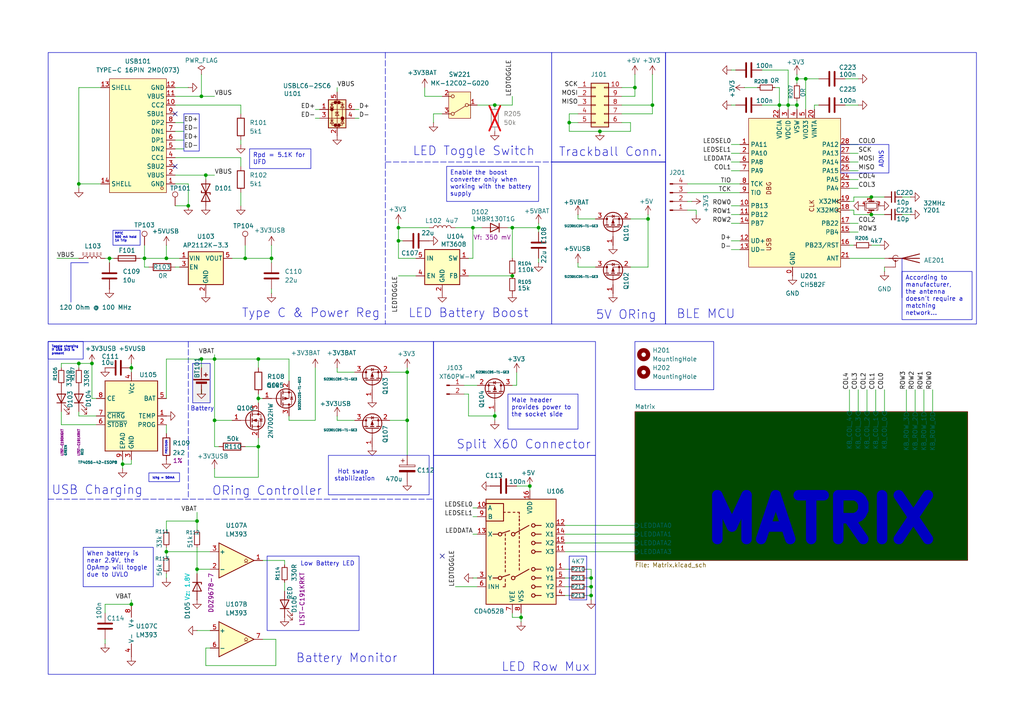
<source format=kicad_sch>
(kicad_sch (version 20250114) (generator "eeschema") (generator_version "9.0")
  (paper "A4")
  (title_block (title "Tastatur the BLE Keyboard") (date "2025-07-18") (rev "0") (company "Daniel (steewBSD)"))
  (rectangle (start 125.73 132.08) (end 172.72 195.58))
  (rectangle (start 165.1 161.29) (end 170.18 173.99))
  (rectangle (start 13.97 99.06) (end 125.73 195.58))
  (rectangle (start 193.04 15.24) (end 283.21 93.98))
  (rectangle (start 160.02 15.24) (end 193.04 46.99))
  (rectangle (start 55.88 105.41) (end 60.96 116.84) (fill (type color) (color 194 194 194 0.25)))
  (rectangle (start 184.15 99.06) (end 207.01 113.03))
  (rectangle (start 53.34 33.02) (end 57.785 43.815))
  (rectangle (start 125.73 99.06) (end 172.72 132.08))
  (rectangle (start 95.25 132.08) (end 124.46 143.51))
  (rectangle (start 160.02 46.99) (end 193.04 93.98))
  (rectangle (start 77.47 161.29) (end 104.14 182.88))
  (rectangle (start 13.97 15.24) (end 160.02 93.98))
  (rectangle (start 257.81 41.91) (end 243.84 50.165))
  (text "LED Toggle Switch" (at 137.414 43.942 0) (effects (font (size 2.54 2.54))))
  (text "Hot swap \nstabilization" (at 102.87 137.922 0) (effects (font (size 1.27 1.27))))
  (text "MATRIX" (at 237.998 150.876 0) (effects (font (size 12.7 12.7) (thickness 3.048) (bold yes))))
  (text "PRECISION" (at 48.26 129.794 90) (effects (font (size 0.508 0.508))))
  (text "Low Battery LED" (at 94.996 163.576 0) (effects (font (size 1.27 1.27))))
  (text "5V ORing" (at 181.61 91.44 0) (effects (font (size 2.54 2.54))))
  (text "USB Charging" (at 28.194 142.24 0) (effects (font (size 2.54 2.54))))
  (text "BLE MCU" (at 204.724 91.186 0) (effects (font (size 2.54 2.54))))
  (text "Battery" (at 58.674 118.618 0) (effects (font (size 1.27 1.27))))
  (text "Split X60 Connector" (at 151.892 129.032 0) (effects (font (size 2.54 2.54))))
  (text "Battery Monitor" (at 100.584 191.008 0) (effects (font (size 2.54 2.54))))
  (text "ORing Controller" (at 77.47 142.494 0) (effects (font (size 2.54 2.54))))
  (text "Trackball Conn." (at 177.038 44.196 0) (effects (font (size 2.54 2.54))))
  (text "LED Battery Boost" (at 135.89 90.932 0) (effects (font (size 2.54 2.54))))
  (text "ADNS" (at 255.651 46.228 90) (effects (font (size 1.27 1.27))))
  (text "Type C & Power Reg" (at 90.17 90.932 0) (effects (font (size 2.54 2.54))))
  (text "LED Row Mux" (at 158.242 193.548 0) (effects (font (size 2.54 2.54))))
  (text_box "According to manufacturer,\nthe antenna doesn't require a matching\nnetwork..." (at 261.62 78.74 0) (size 20.32 13.97) (margins 0.9525 0.9525 0.9525 0.9525) (effects (font (size 1.27 1.27)) (justify left top)))
  (text_box "Ichg = 50mA" (at 43.18 137.16 0) (size 8.89 2.54) (margins 0.9525 0.9525 0.9525 0.9525) (effects (font (size 0.635 0.635)) (justify left top)))
  (text_box "PPTC \n500 mA hold\n1A Trip" (at 32.766 66.802 0) (size 7.874 4.318) (margins 0.4763 0.4763 0.4763 0.4763) (effects (font (size 0.635 0.635)) (justify left top)))
  (text_box "Toggle charging if USB 3V3 is present" (at 13.97 99.06 0) (size 10.16 5.08) (margins 0.9525 0.9525 0.9525 0.9525) (effects (font (size 0.635 0.635)) (justify left top)))
  (text_box "When battery is near 2.9V, the OpAmp will toggle due to UVLO" (at 24.13 158.75 0) (size 20.32 11.43) (margins 0.9525 0.9525 0.9525 0.9525) (effects (font (size 1.27 1.27)) (justify left top)))
  (text_box "Enable the boost converter only when working with the battery supply" (at 129.54 48.26 0) (size 26.67 10.16) (margins 0.9525 0.9525 0.9525 0.9525) (effects (font (size 1.27 1.27)) (justify left top)))
  (text_box "Male header provides power to\nthe socket side" (at 147.32 114.3 0) (size 20.32 10.16) (margins 0.9525 0.9525 0.9525 0.9525) (effects (font (size 1.27 1.27)) (justify left top)))
  (text_box "Rpd = 5.1K for\nUFD" (at 72.39 43.18 0) (size 17.78 5.715) (margins 0.9525 0.9525 0.9525 0.9525) (effects (font (size 1.27 1.27)) (justify left top)))
  (junction (at 57.15 151.13))
  (junction (at 148.59 80.01))
  (junction (at 171.45 172.72))
  (junction (at 78.74 74.93))
  (junction (at 41.91 74.93))
  (junction (at 71.12 74.93))
  (junction (at 189.23 30.48))
  (junction (at 156.21 66.04))
  (junction (at 22.86 53.34))
  (junction (at 74.93 104.14))
  (junction (at 74.93 115.57))
  (junction (at 171.45 170.18))
  (junction (at 173.99 38.1))
  (junction (at 252.73 57.15))
  (junction (at 165.1 35.56))
  (junction (at 58.42 27.94))
  (junction (at 48.26 160.02))
  (junction (at 118.11 107.95))
  (junction (at 31.75 74.93))
  (junction (at 143.51 120.65))
  (junction (at 59.69 50.8))
  (junction (at 226.06 30.48))
  (junction (at 26.67 105.41))
  (junction (at 148.59 66.04))
  (junction (at 151.13 179.07))
  (junction (at 115.57 69.85))
  (junction (at 231.14 22.86))
  (junction (at 231.14 30.48))
  (junction (at 118.11 121.92))
  (junction (at 57.15 165.1))
  (junction (at 38.1 106.68))
  (junction (at 58.42 104.14))
  (junction (at 233.68 22.86))
  (junction (at 187.96 63.5))
  (junction (at 62.23 121.92))
  (junction (at 184.15 25.4))
  (junction (at 62.23 104.14))
  (junction (at 143.51 30.48))
  (junction (at 252.73 62.23))
  (junction (at 48.26 74.93))
  (junction (at 54.61 59.69))
  (junction (at 171.45 167.64))
  (junction (at 115.57 66.04))
  (junction (at 137.16 66.04))
  (junction (at 35.56 134.62))
  (junction (at 74.93 129.54))
  (junction (at 38.1 175.26))
  (junction (at 22.86 105.41))
  (junction (at 153.67 140.97))
  (junction (at 228.6 30.48))
  (no_connect (at 50.8 33.02))
  (no_connect (at 50.8 48.26))
  (no_connect (at 128.27 161.29))
  (wire (pts (xy 17.78 105.41) (xy 22.86 105.41)))
  (wire (pts (xy 74.93 129.54) (xy 74.93 138.43)))
  (wire (pts (xy 143.51 121.92) (xy 143.51 120.65)))
  (wire (pts (xy 62.23 138.43) (xy 74.93 138.43)))
  (wire (pts (xy 38.1 134.62) (xy 35.56 134.62)))
  (wire (pts (xy 50.8 45.72) (xy 69.85 45.72)))
  (wire (pts (xy 236.22 30.48) (xy 237.49 30.48)))
  (wire (pts (xy 31.75 76.2) (xy 31.75 74.93)))
  (wire (pts (xy 62.23 135.89) (xy 62.23 138.43)))
  (wire (pts (xy 82.55 171.45) (xy 82.55 168.91)))
  (wire (pts (xy 35.56 133.35) (xy 35.56 134.62)))
  (wire (pts (xy 200.66 58.42) (xy 199.39 58.42)))
  (wire (pts (xy 16.51 74.93) (xy 22.86 74.93)))
  (wire (pts (xy 201.93 60.96) (xy 199.39 60.96)))
  (wire (pts (xy 212.09 46.99) (xy 214.63 46.99)))
  (wire (pts (xy 102.87 34.29) (xy 104.14 34.29)))
  (wire (pts (xy 17.78 119.38) (xy 17.78 123.19)))
  (wire (pts (xy 163.83 172.72) (xy 165.1 172.72)))
  (wire (pts (xy 97.79 120.65) (xy 97.79 121.92)))
  (wire (pts (xy 59.69 50.8) (xy 62.23 50.8)))
  (wire (pts (xy 54.61 53.34) (xy 50.8 53.34)))
  (wire (pts (xy 248.92 49.53) (xy 246.38 49.53)))
  (wire (pts (xy 59.69 187.96) (xy 59.69 193.04)))
  (wire (pts (xy 224.79 25.4) (xy 226.06 25.4)))
  (wire (pts (xy 53.34 43.18) (xy 50.8 43.18)))
  (wire (pts (xy 57.15 182.88) (xy 60.96 182.88)))
  (wire (pts (xy 151.13 180.34) (xy 151.13 179.07)))
  (wire (pts (xy 74.93 127) (xy 74.93 129.54)))
  (wire (pts (xy 148.59 66.04) (xy 148.59 74.93)))
  (wire (pts (xy 113.03 107.95) (xy 118.11 107.95)))
  (wire (pts (xy 54.61 53.34) (xy 54.61 59.69)))
  (wire (pts (xy 63.5 129.54) (xy 62.23 129.54)))
  (wire (pts (xy 261.62 57.15) (xy 264.16 57.15)))
  (wire (pts (xy 180.34 27.94) (xy 184.15 27.94)))
  (wire (pts (xy 115.57 69.85) (xy 115.57 74.93)))
  (wire (pts (xy 167.64 77.47) (xy 172.72 77.47)))
  (wire (pts (xy 50.8 50.8) (xy 59.69 50.8)))
  (wire (pts (xy 78.74 74.93) (xy 78.74 76.2)))
  (wire (pts (xy 50.8 77.47) (xy 52.07 77.47)))
  (wire (pts (xy 137.16 147.32) (xy 138.43 147.32)))
  (wire (pts (xy 41.91 77.47) (xy 41.91 74.93)))
  (wire (pts (xy 236.22 30.48) (xy 236.22 31.75)))
  (wire (pts (xy 147.32 66.04) (xy 148.59 66.04)))
  (wire (pts (xy 226.06 30.48) (xy 228.6 30.48)))
  (wire (pts (xy 62.23 102.87) (xy 62.23 104.14)))
  (wire (pts (xy 212.09 41.91) (xy 214.63 41.91)))
  (wire (pts (xy 22.86 105.41) (xy 22.86 106.68)))
  (wire (pts (xy 246.38 74.93) (xy 256.54 74.93)))
  (wire (pts (xy 48.26 158.75) (xy 48.26 160.02)))
  (wire (pts (xy 50.8 30.48) (xy 69.85 30.48)))
  (wire (pts (xy 228.6 30.48) (xy 228.6 31.75)))
  (wire (pts (xy 138.43 167.64) (xy 137.16 167.64)))
  (wire (pts (xy 118.11 106.68) (xy 118.11 107.95)))
  (wire (pts (xy 184.15 21.59) (xy 184.15 25.4)))
  (wire (pts (xy 57.15 148.59) (xy 57.15 151.13)))
  (wire (pts (xy 270.51 113.03) (xy 270.51 119.38)))
  (wire (pts (xy 58.42 104.14) (xy 62.23 104.14)))
  (wire (pts (xy 30.48 175.26) (xy 38.1 175.26)))
  (wire (pts (xy 71.12 129.54) (xy 74.93 129.54)))
  (wire (pts (xy 132.08 66.04) (xy 137.16 66.04)))
  (wire (pts (xy 22.86 105.41) (xy 26.67 105.41)))
  (wire (pts (xy 135.89 120.65) (xy 143.51 120.65)))
  (wire (pts (xy 31.75 74.93) (xy 33.02 74.93)))
  (wire (pts (xy 137.16 154.94) (xy 138.43 154.94)))
  (wire (pts (xy 71.12 74.93) (xy 78.74 74.93)))
  (wire (pts (xy 187.96 62.23) (xy 187.96 63.5)))
  (wire (pts (xy 231.14 30.48) (xy 231.14 31.75)))
  (wire (pts (xy 228.6 30.48) (xy 231.14 30.48)))
  (wire (pts (xy 58.42 27.94) (xy 62.23 27.94)))
  (wire (pts (xy 189.23 21.59) (xy 189.23 30.48)))
  (wire (pts (xy 118.11 107.95) (xy 118.11 121.92)))
  (polyline (pts (xy 111.76 46.99) (xy 160.02 46.99)) (stroke (width 0) (type dash)))
  (wire (pts (xy 125.73 33.02) (xy 128.27 33.02)))
  (wire (pts (xy 265.43 113.03) (xy 265.43 119.38)))
  (wire (pts (xy 48.26 160.02) (xy 60.96 160.02)))
  (wire (pts (xy 137.16 66.04) (xy 139.7 66.04)))
  (wire (pts (xy 173.99 38.1) (xy 165.1 38.1)))
  (wire (pts (xy 113.03 121.92) (xy 118.11 121.92)))
  (wire (pts (xy 248.92 44.45) (xy 246.38 44.45)))
  (wire (pts (xy 48.26 151.13) (xy 48.26 153.67)))
  (wire (pts (xy 115.57 69.85) (xy 116.84 69.85)))
  (wire (pts (xy 212.09 64.77) (xy 214.63 64.77)))
  (wire (pts (xy 97.79 107.95) (xy 102.87 107.95)))
  (wire (pts (xy 41.91 77.47) (xy 43.18 77.47)))
  (wire (pts (xy 48.26 71.12) (xy 48.26 74.93)))
  (wire (pts (xy 167.64 62.23) (xy 167.64 63.5)))
  (wire (pts (xy 41.91 74.93) (xy 48.26 74.93)))
  (wire (pts (xy 132.08 170.18) (xy 138.43 170.18)))
  (wire (pts (xy 163.83 157.48) (xy 184.15 157.48)))
  (wire (pts (xy 252.73 62.23) (xy 256.54 62.23)))
  (wire (pts (xy 123.19 27.94) (xy 128.27 27.94)))
  (wire (pts (xy 48.26 123.19) (xy 48.26 125.73)))
  (wire (pts (xy 201.93 62.23) (xy 201.93 60.96)))
  (wire (pts (xy 212.09 20.32) (xy 213.36 20.32)))
  (wire (pts (xy 83.82 104.14) (xy 83.82 110.49)))
  (polyline (pts (xy 20.574 76.2) (xy 25.654 76.2)))
  (wire (pts (xy 248.92 46.99) (xy 246.38 46.99)))
  (wire (pts (xy 58.42 106.68) (xy 58.42 104.14)))
  (wire (pts (xy 167.64 33.02) (xy 165.1 33.02)))
  (wire (pts (xy 246.38 58.42) (xy 247.65 58.42)))
  (wire (pts (xy 245.11 22.86) (xy 248.92 22.86)))
  (wire (pts (xy 199.39 53.34) (xy 214.63 53.34)))
  (wire (pts (xy 48.26 167.64) (xy 48.26 166.37)))
  (wire (pts (xy 247.65 60.96) (xy 247.65 62.23)))
  (wire (pts (xy 163.83 160.02) (xy 184.15 160.02)))
  (wire (pts (xy 74.93 104.14) (xy 74.93 106.68)))
  (wire (pts (xy 170.18 165.1) (xy 171.45 165.1)))
  (wire (pts (xy 246.38 52.07) (xy 248.92 52.07)))
  (wire (pts (xy 80.01 193.04) (xy 80.01 185.42)))
  (wire (pts (xy 48.26 161.29) (xy 48.26 160.02)))
  (wire (pts (xy 69.85 40.64) (xy 69.85 41.91)))
  (wire (pts (xy 231.14 22.86) (xy 231.14 24.13)))
  (wire (pts (xy 62.23 104.14) (xy 74.93 104.14)))
  (wire (pts (xy 22.86 25.4) (xy 29.21 25.4)))
  (wire (pts (xy 212.09 49.53) (xy 214.63 49.53)))
  (wire (pts (xy 48.26 74.93) (xy 52.07 74.93)))
  (wire (pts (xy 231.14 21.59) (xy 231.14 22.86)))
  (wire (pts (xy 38.1 105.41) (xy 38.1 106.68)))
  (wire (pts (xy 134.62 111.76) (xy 138.43 111.76)))
  (wire (pts (xy 59.69 50.8) (xy 59.69 52.07)))
  (wire (pts (xy 256.54 113.03) (xy 256.54 119.38)))
  (wire (pts (xy 156.21 64.77) (xy 156.21 66.04)))
  (wire (pts (xy 247.65 57.15) (xy 252.73 57.15)))
  (wire (pts (xy 212.09 44.45) (xy 214.63 44.45)))
  (wire (pts (xy 78.74 71.12) (xy 78.74 74.93)))
  (wire (pts (xy 118.11 121.92) (xy 118.11 132.08)))
  (wire (pts (xy 104.14 31.75) (xy 102.87 31.75)))
  (wire (pts (xy 167.64 63.5) (xy 172.72 63.5)))
  (wire (pts (xy 138.43 30.48) (xy 143.51 30.48)))
  (wire (pts (xy 74.93 115.57) (xy 76.2 115.57)))
  (wire (pts (xy 220.98 20.32) (xy 228.6 20.32)))
  (wire (pts (xy 115.57 66.04) (xy 124.46 66.04)))
  (wire (pts (xy 173.99 38.1) (xy 182.88 38.1)))
  (wire (pts (xy 97.79 25.4) (xy 97.79 26.67)))
  (wire (pts (xy 149.86 140.97) (xy 153.67 140.97)))
  (wire (pts (xy 148.59 111.76) (xy 149.86 111.76)))
  (wire (pts (xy 50.8 27.94) (xy 58.42 27.94)))
  (wire (pts (xy 153.67 140.97) (xy 153.67 142.24)))
  (wire (pts (xy 74.93 104.14) (xy 83.82 104.14)))
  (wire (pts (xy 22.86 119.38) (xy 22.86 120.65)))
  (wire (pts (xy 22.86 53.34) (xy 22.86 54.61)))
  (wire (pts (xy 22.86 120.65) (xy 27.94 120.65)))
  (wire (pts (xy 48.26 115.57) (xy 48.26 104.14)))
  (wire (pts (xy 226.06 30.48) (xy 226.06 31.75)))
  (wire (pts (xy 156.21 66.04) (xy 156.21 67.31)))
  (wire (pts (xy 57.15 165.1) (xy 60.96 165.1)))
  (wire (pts (xy 50.8 38.1) (xy 53.34 38.1)))
  (wire (pts (xy 67.31 121.92) (xy 62.23 121.92)))
  (wire (pts (xy 148.59 179.07) (xy 151.13 179.07)))
  (wire (pts (xy 26.67 105.41) (xy 26.67 115.57)))
  (wire (pts (xy 148.59 177.8) (xy 148.59 179.07)))
  (wire (pts (xy 27.94 123.19) (xy 17.78 123.19)))
  (wire (pts (xy 57.15 153.67) (xy 57.15 151.13)))
  (wire (pts (xy 187.96 63.5) (xy 187.96 77.47)))
  (wire (pts (xy 251.46 113.03) (xy 251.46 119.38)))
  (wire (pts (xy 220.98 30.48) (xy 226.06 30.48)))
  (wire (pts (xy 226.06 25.4) (xy 226.06 30.48)))
  (wire (pts (xy 91.44 34.29) (xy 92.71 34.29)))
  (wire (pts (xy 233.68 22.86) (xy 233.68 31.75)))
  (wire (pts (xy 212.09 69.85) (xy 214.63 69.85)))
  (wire (pts (xy 38.1 173.99) (xy 38.1 175.26)))
  (wire (pts (xy 170.18 172.72) (xy 171.45 172.72)))
  (wire (pts (xy 233.68 22.86) (xy 237.49 22.86)))
  (wire (pts (xy 50.8 59.69) (xy 54.61 59.69)))
  (wire (pts (xy 180.34 35.56) (xy 182.88 35.56)))
  (wire (pts (xy 171.45 167.64) (xy 171.45 170.18)))
  (wire (pts (xy 35.56 134.62) (xy 35.56 135.89)))
  (wire (pts (xy 115.57 80.01) (xy 120.65 80.01)))
  (wire (pts (xy 97.79 121.92) (xy 102.87 121.92)))
  (wire (pts (xy 29.21 53.34) (xy 22.86 53.34)))
  (wire (pts (xy 246.38 60.96) (xy 247.65 60.96)))
  (wire (pts (xy 245.11 30.48) (xy 248.92 30.48)))
  (wire (pts (xy 248.92 41.91) (xy 246.38 41.91)))
  (wire (pts (xy 26.67 115.57) (xy 27.94 115.57)))
  (wire (pts (xy 148.59 66.04) (xy 156.21 66.04)))
  (wire (pts (xy 38.1 133.35) (xy 38.1 134.62)))
  (wire (pts (xy 212.09 59.69) (xy 214.63 59.69)))
  (wire (pts (xy 115.57 64.77) (xy 115.57 66.04)))
  (wire (pts (xy 247.65 58.42) (xy 247.65 57.15)))
  (wire (pts (xy 212.09 62.23) (xy 214.63 62.23)))
  (wire (pts (xy 17.78 105.41) (xy 17.78 106.68)))
  (wire (pts (xy 62.23 104.14) (xy 62.23 121.92)))
  (wire (pts (xy 97.79 106.68) (xy 97.79 107.95)))
  (wire (pts (xy 125.73 35.56) (xy 125.73 33.02)))
  (wire (pts (xy 123.19 25.4) (xy 123.19 27.94)))
  (wire (pts (xy 246.38 64.77) (xy 248.92 64.77)))
  (wire (pts (xy 57.15 166.37) (xy 57.15 165.1)))
  (wire (pts (xy 137.16 149.86) (xy 138.43 149.86)))
  (wire (pts (xy 57.15 158.75) (xy 57.15 165.1)))
  (wire (pts (xy 91.44 106.68) (xy 91.44 121.92)))
  (wire (pts (xy 30.48 74.93) (xy 31.75 74.93)))
  (wire (pts (xy 137.16 66.04) (xy 137.16 74.93)))
  (wire (pts (xy 50.8 35.56) (xy 53.34 35.56)))
  (wire (pts (xy 261.62 62.23) (xy 264.16 62.23)))
  (wire (pts (xy 74.93 115.57) (xy 74.93 116.84)))
  (wire (pts (xy 151.13 179.07) (xy 151.13 177.8)))
  (wire (pts (xy 163.83 167.64) (xy 165.1 167.64)))
  (wire (pts (xy 53.34 40.64) (xy 50.8 40.64)))
  (polyline (pts (xy 261.62 74.93) (xy 261.62 86.36)))
  (wire (pts (xy 184.15 27.94) (xy 184.15 25.4)))
  (wire (pts (xy 171.45 170.18) (xy 171.45 172.72)))
  (wire (pts (xy 267.97 113.03) (xy 267.97 119.38)))
  (wire (pts (xy 170.18 170.18) (xy 171.45 170.18)))
  (wire (pts (xy 71.12 71.12) (xy 71.12 74.93)))
  (wire (pts (xy 82.55 163.83) (xy 82.55 162.56)))
  (wire (pts (xy 171.45 173.99) (xy 171.45 172.72)))
  (wire (pts (xy 143.51 30.48) (xy 148.59 30.48)))
  (wire (pts (xy 30.48 186.69) (xy 30.48 185.42)))
  (wire (pts (xy 134.62 114.3) (xy 135.89 114.3)))
  (polyline (pts (xy 111.76 15.24) (xy 111.76 93.98)) (stroke (width 0) (type dash)))
  (wire (pts (xy 62.23 121.92) (xy 62.23 129.54)))
  (wire (pts (xy 143.51 120.65) (xy 143.51 119.38)))
  (wire (pts (xy 50.8 25.4) (xy 54.61 25.4)))
  (wire (pts (xy 83.82 121.92) (xy 91.44 121.92)))
  (wire (pts (xy 69.85 30.48) (xy 69.85 33.02)))
  (wire (pts (xy 58.42 114.3) (xy 58.42 113.03)))
  (wire (pts (xy 38.1 106.68) (xy 38.1 107.95)))
  (wire (pts (xy 40.64 74.93) (xy 41.91 74.93)))
  (wire (pts (xy 215.9 25.4) (xy 219.71 25.4)))
  (wire (pts (xy 184.15 25.4) (xy 180.34 25.4)))
  (wire (pts (xy 22.86 25.4) (xy 22.86 53.34)))
  (wire (pts (xy 167.64 76.2) (xy 167.64 77.47)))
  (wire (pts (xy 170.18 167.64) (xy 171.45 167.64)))
  (wire (pts (xy 189.23 33.02) (xy 180.34 33.02)))
  (wire (pts (xy 135.89 74.93) (xy 137.16 74.93)))
  (wire (pts (xy 67.31 74.93) (xy 71.12 74.93)))
  (wire (pts (xy 256.54 77.47) (xy 256.54 78.74)))
  (wire (pts (xy 41.91 71.12) (xy 41.91 74.93)))
  (wire (pts (xy 59.69 193.04) (xy 80.01 193.04)))
  (wire (pts (xy 248.92 113.03) (xy 248.92 119.38)))
  (wire (pts (xy 148.59 27.94) (xy 148.59 30.48)))
  (wire (pts (xy 135.89 80.01) (xy 148.59 80.01)))
  (wire (pts (xy 83.82 120.65) (xy 83.82 121.92)))
  (wire (pts (xy 199.39 55.88) (xy 214.63 55.88)))
  (wire (pts (xy 165.1 33.02) (xy 165.1 35.56)))
  (wire (pts (xy 58.42 21.59) (xy 58.42 27.94)))
  (wire (pts (xy 78.74 85.09) (xy 78.74 83.82)))
  (wire (pts (xy 163.83 154.94) (xy 184.15 154.94)))
  (wire (pts (xy 115.57 66.04) (xy 115.57 69.85)))
  (wire (pts (xy 74.93 114.3) (xy 74.93 115.57)))
  (wire (pts (xy 165.1 35.56) (xy 167.64 35.56)))
  (wire (pts (xy 248.92 67.31) (xy 246.38 67.31)))
  (wire (pts (xy 149.86 107.95) (xy 149.86 111.76)))
  (wire (pts (xy 189.23 30.48) (xy 189.23 33.02)))
  (wire (pts (xy 212.09 72.39) (xy 214.63 72.39)))
  (wire (pts (xy 247.65 62.23) (xy 252.73 62.23)))
  (wire (pts (xy 69.85 48.26) (xy 69.85 45.72)))
  (wire (pts (xy 91.44 31.75) (xy 92.71 31.75)))
  (wire (pts (xy 231.14 22.86) (xy 233.68 22.86)))
  (wire (pts (xy 246.38 113.03) (xy 246.38 119.38)))
  (wire (pts (xy 228.6 20.32) (xy 228.6 30.48)))
  (wire (pts (xy 76.2 162.56) (xy 82.55 162.56)))
  (wire (pts (xy 182.88 63.5) (xy 187.96 63.5)))
  (wire (pts (xy 115.57 74.93) (xy 120.65 74.93)))
  (wire (pts (xy 171.45 167.64) (xy 171.45 165.1)))
  (wire (pts (xy 156.21 76.2) (xy 156.21 74.93)))
  (wire (pts (xy 48.26 104.14) (xy 58.42 104.14)))
  (wire (pts (xy 135.89 114.3) (xy 135.89 120.65)))
  (wire (pts (xy 163.83 152.4) (xy 184.15 152.4)))
  (wire (pts (xy 212.09 30.48) (xy 213.36 30.48)))
  (wire (pts (xy 254 113.03) (xy 254 119.38)))
  (wire (pts (xy 60.96 187.96) (xy 59.69 187.96)))
  (wire (pts (xy 262.89 113.03) (xy 262.89 119.38)))
  (wire (pts (xy 255.27 71.12) (xy 252.73 71.12)))
  (wire (pts (xy 246.38 54.61) (xy 248.92 54.61)))
  (wire (pts (xy 69.85 59.69) (xy 69.85 55.88)))
  (wire (pts (xy 163.83 165.1) (xy 165.1 165.1)))
  (polyline (pts (xy 20.574 87.63) (xy 20.574 76.2)))
  (wire (pts (xy 252.73 57.15) (xy 256.54 57.15)))
  (polyline (pts (xy 54.61 99.06) (xy 54.61 144.78)) (stroke (width 0) (type dash)))
  (wire (pts (xy 180.34 30.48) (xy 189.23 30.48)))
  (wire (pts (xy 76.2 185.42) (xy 80.01 185.42)))
  (wire (pts (xy 247.65 71.12) (xy 246.38 71.12)))
  (wire (pts (xy 48.26 151.13) (xy 57.15 151.13)))
  (wire (pts (xy 30.48 177.8) (xy 30.48 175.26)))
  (wire (pts (xy 163.83 170.18) (xy 165.1 170.18)))
  (wire (pts (xy 231.14 29.21) (xy 231.14 30.48)))
  (polyline (pts (xy 13.97 144.78) (xy 125.73 144.78)) (stroke (width 0) (type dash)))
  (wire (pts (xy 182.88 35.56) (xy 182.88 38.1)))
  (wire (pts (xy 182.88 77.47) (xy 187.96 77.47)))
  (wire (pts (xy 165.1 38.1) (xy 165.1 35.56)))
  (label "VBUS" (at 16.51 74.93 0))
  (label "ROW2" (at 212.09 64.77 180))
  (label "COL0" (at 256.54 113.03 90))
  (label "D+" (at 104.14 31.75 0))
  (label "COL4" (at 248.92 52.07 0))
  (label "COL1" (at 254 113.03 90))
  (label "MISO" (at 167.64 30.48 180))
  (label "ROW2" (at 265.43 113.03 90))
  (label "SCK" (at 167.64 25.4 180))
  (label "ROW0" (at 270.51 113.03 90))
  (label "COL2" (at 251.46 113.03 90))
  (label "D+" (at 212.09 69.85 180))
  (label "TCK" (at 212.09 55.88 180))
  (label "VBUS" (at 62.23 50.8 0))
  (label "ROW3" (at 262.89 113.03 90))
  (label "D-" (at 212.09 72.39 180))
  (label "VBAT" (at 62.23 102.87 180))
  (label "D-" (at 104.14 34.29 0))
  (label "ED+" (at 53.34 35.56 0))
  (label "ROW1" (at 267.97 113.03 90))
  (label "ED+" (at 91.44 31.75 180))
  (label "COL1" (at 212.09 49.53 180))
  (label "SCK" (at 248.92 44.45 0))
  (label "ROW0" (at 212.09 59.69 180))
  (label "COL4" (at 246.38 113.03 90))
  (label "ROW3" (at 248.92 67.31 0))
  (label "LEDSEL1" (at 212.09 44.45 180))
  (label "VBAT" (at 57.15 148.59 180))
  (label "MISO" (at 248.92 49.53 0))
  (label "VBUS" (at 62.23 27.94 0))
  (label "ED-" (at 91.44 34.29 180))
  (label "MOSI" (at 167.64 27.94 180))
  (label "VBUS" (at 97.79 25.4 0))
  (label "TIO" (at 212.09 53.34 180))
  (label "COL3" (at 248.92 54.61 0))
  (label "ED-" (at 53.34 43.18 0))
  (label "VBAT" (at 38.1 173.99 180))
  (label "LEDSEL0" (at 212.09 41.91 180))
  (label "ED-" (at 53.34 38.1 0))
  (label "LEDTOGGLE" (at 115.57 80.01 270))
  (label "LEDTOGGLE" (at 148.59 27.94 90))
  (label "COL3" (at 248.92 113.03 90))
  (label "LEDDATA" (at 137.16 154.94 180))
  (label "LEDSEL0" (at 137.16 147.32 180))
  (label "ROW1" (at 212.09 62.23 180))
  (label "COL2" (at 248.92 64.77 0))
  (label "LEDSEL1" (at 137.16 149.86 180))
  (label "ED+" (at 53.34 40.64 0))
  (label "LEDTOGGLE" (at 132.08 170.18 90))
  (label "MOSI" (at 248.92 46.99 0))
  (label "LEDDATA" (at 212.09 46.99 180))
  (label "COL0" (at 248.92 41.91 0))
  (symbol (lib_id "power:GND") (at 22.86 54.61 0) (unit 1)
    (property "Reference" "#PWR0118" (effects (hide yes)))
    (property "Value" "GND" (effects (hide yes)))
    (property "Description" "Power symbol creates a global label with name \"GND\" , ground" (effects (hide yes)))
  )
  (symbol (lib_id "power:+5V") (at 167.64 76.2 0) (unit 1)
    (property "Reference" "#PWR0134" (effects (hide yes)))
    (property "Value" "+5VUSB" (at 167.386 72.136 0))
    (property "Description" "Power symbol creates a global label with name \"+5V\"" (effects (hide yes)))
  )
  (symbol (lib_id "Switch:SW_SPDT_312") (at 133.35 30.48 180) (unit 1)
    (property "Reference" "SW221" (at 133.35 21.59 0))
    (property "Value" "MK-12C02-G020" (at 133.35 24.13 0))
    (property "Footprint" "Button_Switch_SMD:SW_SPDT_PCM12" (effects (hide yes)))
    (property "Description" "Switch, single pole double throw" (effects (hide yes)))
    (property "PN" "C963206" (effects (hide yes)))
  )
  (symbol (lib_id "Diode:BZT52Bxx") (at 57.15 170.18 270) (unit 1)
    (property "Reference" "D105" (at 54.356 174.498 0) (effects (justify left)))
    (property "Value" "DDZ9678-7" (effects (hide yes)))
    (property "Footprint" "Diode_SMD:D_SOD-123F" (effects (hide yes)))
    (property "Datasheet" "https://diotec.com/tl_files/diotec/files/pdf/datasheets/bzt52b2v4.pdf" (effects (hide yes)))
    (property "Description" "500mW Zener Diode, SOD-123F" (effects (hide yes)))
    (property "PN" "DDZ9678-7" (at 61.214 171.958 0))
    (property "Vz" "1.8V" (at 54.356 170.18 0) (show_name yes))
  )
  (symbol (lib_id "power:GND") (at 30.48 106.68 0) (unit 1)
    (property "Reference" "#PWR0144" (effects (hide yes)))
    (property "Value" "GND" (effects (hide yes)))
    (property "Description" "Power symbol creates a global label with name \"GND\" , ground" (effects (hide yes)))
  )
  (symbol (lib_id "Device:R_Small") (at 167.64 167.64 90) (unit 1)
    (property "Reference" "R211" (at 167.64 167.64 90) (effects (font (size 1.016 1.016))))
    (property "Value" "4K7" (effects (hide yes)))
    (property "Footprint" "Resistor_SMD:R_0603_1608Metric_Pad0.98x0.95mm_HandSolder" (effects (hide yes)))
    (property "Description" "Resistor, small symbol" (effects (hide yes)))
  )
  (symbol (lib_id "power:GND") (at 250.19 59.69 270) (unit 1)
    (property "Reference" "#PWR0263" (effects (hide yes)))
    (property "Value" "GND" (effects (hide yes)))
    (property "Description" "Power symbol creates a global label with name \"GND\" , ground" (effects (hide yes)))
  )
  (symbol (lib_id "Device:R_Small") (at 48.26 156.21 0) (unit 1)
    (property "Reference" "R111" (at 44.958 154.178 0) (effects (font (size 1.016 1.016)) (justify left)))
    (property "Value" "33k" (at 46.228 159.004 90) (effects (justify left)))
    (property "Footprint" "Resistor_SMD:R_0603_1608Metric_Pad0.98x0.95mm_HandSolder" (effects (hide yes)))
    (property "Description" "Resistor, small symbol" (effects (hide yes)))
  )
  (symbol (lib_id "Connector:TestPoint") (at 50.8 59.69 0) (unit 1)
    (property "Reference" "TP101" (at 49.276 54.61 0) (effects (justify left)))
    (property "Value" "TestPoint" (effects (hide yes)))
    (property "Footprint" "TestPoint:TestPoint_Pad_D1.0mm" (effects (hide yes)))
    (property "Description" "test point" (effects (hide yes)))
  )
  (symbol (lib_id "Device:R_Small") (at 250.19 71.12 90) (unit 1)
    (property "Reference" "R206" (at 251.968 69.088 90) (effects (font (size 1.016 1.016)) (justify left)))
    (property "Value" "4k7" (at 256.032 69.85 90) (effects (justify left)))
    (property "Footprint" "Resistor_SMD:R_0603_1608Metric_Pad0.98x0.95mm_HandSolder" (effects (hide yes)))
    (property "Description" "Resistor, small symbol" (effects (hide yes)))
  )
  (symbol (lib_id "Device:D_TVS") (at 59.69 55.88 90) (unit 1)
    (property "Reference" "D101" (at 62.23 54.6099 90) (effects (justify right)))
    (property "Value" "CPDUR5V0HE-HF" (effects (hide yes)))
    (property "Footprint" "Diode_SMD:D_0603_1608Metric_Pad1.05x0.95mm_HandSolder" (effects (hide yes)))
    (property "Description" "Bidirectional transient-voltage-suppression diode" (effects (hide yes)))
    (property "InvenTree" "58" (effects (hide yes)))
  )
  (symbol (lib_id "power:GND") (at 59.69 59.69 0) (unit 1)
    (property "Reference" "#PWR0121" (effects (hide yes)))
    (property "Value" "GND" (effects (hide yes)))
    (property "Description" "Power symbol creates a global label with name \"GND\" , ground" (effects (hide yes)))
  )
  (symbol (lib_id "Mechanical:MountingHole") (at 186.69 102.87 0) (unit 1) (in_bom no)
    (property "Reference" "H201" (at 189.23 101.5999 0) (effects (justify left)))
    (property "Value" "MountingHole" (at 189.23 104.1399 0) (effects (justify left)))
    (property "Footprint" "MountingHole:MountingHole_2.2mm_M2_ISO7380" (effects (hide yes)))
    (property "Description" "Mounting Hole without connection" (effects (hide yes)))
  )
  (symbol (lib_id "power:GND") (at 48.26 120.65 90) (unit 1)
    (property "Reference" "#PWR0151" (effects (hide yes)))
    (property "Value" "GND" (effects (hide yes)))
    (property "Description" "Power symbol creates a global label with name \"GND\" , ground" (effects (hide yes)))
  )
  (symbol (lib_id "power:+5V") (at 156.21 64.77 0) (unit 1)
    (property "Reference" "#PWR0127" (effects (hide yes)))
    (property "Value" "+5VBAT" (at 155.702 61.214 0))
    (property "Description" "Power symbol creates a global label with name \"+5V\"" (effects (hide yes)))
  )
  (symbol (lib_id "Device:C") (at 241.3 22.86 270) (mirror x) (unit 1)
    (property "Reference" "C223" (at 245.872 19.558 90))
    (property "Value" "100n" (at 245.872 21.59 90))
    (property "Footprint" "Capacitor_SMD:C_0603_1608Metric_Pad1.08x0.95mm_HandSolder" (effects (hide yes)))
    (property "Description" "Unpolarized capacitor" (effects (hide yes)))
  )
  (symbol (lib_id "power:+5V") (at 167.64 62.23 0) (unit 1)
    (property "Reference" "#PWR0123" (effects (hide yes)))
    (property "Value" "+5VBAT" (at 167.132 58.674 0))
    (property "Description" "Power symbol creates a global label with name \"+5V\"" (effects (hide yes)))
  )
  (symbol (lib_id "power:+5V") (at 153.67 140.97 0) (mirror y) (unit 1)
    (property "Reference" "#PWR0160" (effects (hide yes)))
    (property "Value" "+5V" (at 153.162 137.16 0))
    (property "Description" "Power symbol creates a global label with name \"+5V\"" (effects (hide yes)))
  )
  (symbol (lib_id "Battery_Management:TP4056-42-ESOP8") (at 38.1 120.65 0) (unit 1)
    (property "Reference" "U105" (at 40.386 108.712 0) (effects (justify left)))
    (property "Value" "TP4056-42-ESOP8" (at 22.606 134.112 0) (effects (font (size 0.762 0.762)) (justify left)))
    (property "Footprint" "Package_SO:SOP-8-1EP_4.57x4.57mm_P1.27mm_EP4.57x4.45mm" (effects (hide yes)))
    (property "Datasheet" "https://www.lcsc.com/datasheet/lcsc_datasheet_2410121619_TOPPOWER-Nanjing-Extension-Microelectronics-TP4056-42-ESOP8_C16581.pdf" (effects (hide yes)))
    (property "Description" "1A Standalone Linear Li-ion/LiPo single-cell battery charger, 4.2V ±1% charge voltage, VCC = 4.0..8.0V, SOIC-8 (SOP-8)" (effects (hide yes)))
  )
  (symbol (lib_id "Device:Fuse") (at 36.83 74.93 90) (unit 1)
    (property "Reference" "F101" (at 36.83 72.644 90))
    (property "Value" "1812L050/30PR" (effects (hide yes)))
    (property "Footprint" "Fuse:Fuse_1812_4532Metric_Pad1.30x3.40mm_HandSolder" (effects (hide yes)))
    (property "Description" "Fuse" (effects (hide yes)))
    (property "InvenTree" "63" (effects (hide yes)))
  )
  (symbol (lib_id "Device:R_Small") (at 231.14 26.67 0) (unit 1)
    (property "Reference" "R207" (at 229.362 28.702 90) (effects (font (size 1.016 1.016)) (justify left)))
    (property "Value" "0R" (at 232.918 28.194 90) (effects (justify left)))
    (property "Footprint" "Resistor_SMD:R_0603_1608Metric_Pad0.98x0.95mm_HandSolder" (effects (hide yes)))
    (property "Description" "Resistor, small symbol" (effects (hide yes)))
  )
  (symbol (lib_id "power:GND") (at 124.46 69.85 90) (unit 1)
    (property "Reference" "#PWR0128" (effects (hide yes)))
    (property "Value" "GND" (effects (hide yes)))
    (property "Description" "Power symbol creates a global label with name \"GND\" , ground" (effects (hide yes)))
  )
  (symbol (lib_id "Connector:TestPoint") (at 41.91 71.12 0) (unit 1)
    (property "Reference" "TP103" (at 38.862 65.278 0) (effects (justify left)))
    (property "Value" "TestPoint" (effects (hide yes)))
    (property "Footprint" "TestPoint:TestPoint_Pad_D1.0mm" (effects (hide yes)))
    (property "Description" "test point" (effects (hide yes)))
  )
  (symbol (lib_id "power:GND") (at 248.92 22.86 90) (mirror x) (unit 1)
    (property "Reference" "#PWR0274" (effects (hide yes)))
    (property "Value" "GND" (effects (hide yes)))
    (property "Description" "Power symbol creates a global label with name \"GND\" , ground" (effects (hide yes)))
  )
  (symbol (lib_id "steew:CH582F") (at 195.58 66.04 0) (unit 1)
    (property "Reference" "U201" (at 232.0133 80.01 0) (effects (justify left)))
    (property "Value" "CH582F" (at 232.0133 82.55 0) (effects (justify left)))
    (property "Footprint" "steew:CH582F" (effects (hide yes)))
    (property "Datasheet" "https://www.lcsc.com/datasheet/C3001175.pdf" (effects (hide yes)))
    (property "Description" "WCH RISC-V BLE chip (28 pin)" (effects (hide yes)))
  )
  (symbol (lib_id "Device:Battery_Cell") (at 58.42 111.76 0) (unit 1)
    (property "Reference" "BT101" (at 57.15 109.728 90) (effects (justify left)))
    (property "Value" "Battery_Cell" (effects (hide yes)))
    (property "Footprint" "Battery:BatteryHolder_Keystone_1058_1x2032" (effects (hide yes)))
    (property "Description" "Single-cell battery" (effects (hide yes)))
  )
  (symbol (lib_id "power:GND") (at 31.75 83.82 0) (unit 1)
    (property "Reference" "#PWR0136" (effects (hide yes)))
    (property "Value" "GND" (effects (hide yes)))
    (property "Description" "Power symbol creates a global label with name \"GND\" , ground" (effects (hide yes)))
  )
  (symbol (lib_id "power:GND") (at 58.42 113.03 0) (unit 1)
    (property "Reference" "#PWR0149" (effects (hide yes)))
    (property "Value" "GND" (effects (hide yes)))
    (property "Description" "Power symbol creates a global label with name \"GND\" , ground" (effects (hide yes)))
  )
  (symbol (lib_id "power:GND") (at 143.51 38.1 0) (unit 1)
    (property "Reference" "#PWR0258" (effects (hide yes)))
    (property "Value" "GND" (effects (hide yes)))
    (property "Description" "Power symbol creates a global label with name \"GND\" , ground" (effects (hide yes)))
  )
  (symbol (lib_id "power:GND") (at 173.99 38.1 0) (unit 1)
    (property "Reference" "#PWR0111" (effects (hide yes)))
    (property "Value" "GND" (effects (hide yes)))
    (property "Description" "Power symbol creates a global label with name \"GND\" , ground" (effects (hide yes)))
  )
  (symbol (lib_id "Transistor_FET:Q_PMOS_GSD") (at 107.95 110.49 90) (unit 1)
    (property "Reference" "Q103" (at 111.76 114.554 0) (effects (justify left)))
    (property "Value" "SI2301CDS-T1-GE3" (at 103.632 109.982 90) (effects (font (size 0.635 0.635)) (justify left)))
    (property "Footprint" "Package_TO_SOT_SMD:SOT-23_Handsoldering" (effects (hide yes)))
    (property "Description" "P-MOSFET transistor, gate/source/drain" (effects (hide yes)))
    (property "PN" "SI2301CDS-T1-GE3" (effects (hide yes)))
  )
  (symbol (lib_id "power:GND") (at 69.85 41.91 0) (unit 1)
    (property "Reference" "#PWR0114" (effects (hide yes)))
    (property "Value" "GND" (effects (hide yes)))
    (property "Description" "Power symbol creates a global label with name \"GND\" , ground" (effects (hide yes)))
  )
  (symbol (lib_id "power:GND") (at 264.16 62.23 90) (unit 1)
    (property "Reference" "#PWR0268" (effects (hide yes)))
    (property "Value" "GND" (effects (hide yes)))
    (property "Description" "Power symbol creates a global label with name \"GND\" , ground" (effects (hide yes)))
  )
  (symbol (lib_id "Transistor_FET:Q_PMOS_GSD") (at 177.8 66.04 90) (unit 1)
    (property "Reference" "Q101" (at 181.61 70.104 0) (effects (justify left)))
    (property "Value" "SI2301CDS-T1-GE3" (at 173.482 65.532 90) (effects (font (size 0.635 0.635)) (justify left)))
    (property "Footprint" "Package_TO_SOT_SMD:SOT-23_Handsoldering" (effects (hide yes)))
    (property "Description" "P-MOSFET transistor, gate/source/drain" (effects (hide yes)))
    (property "PN" "SI2301CDS-T1-GE3" (effects (hide yes)))
  )
  (symbol (lib_id "power:+5V") (at 184.15 21.59 0) (mirror y) (unit 1)
    (property "Reference" "#PWR0103" (effects (hide yes)))
    (property "Value" "+5V" (at 183.642 17.526 0))
    (property "Description" "Power symbol creates a global label with name \"+5V\"" (effects (hide yes)))
  )
  (symbol (lib_id "power:GND") (at 229.87 80.01 0) (unit 1)
    (property "Reference" "#PWR0262" (effects (hide yes)))
    (property "Value" "GND" (at 229.87 85.09 0))
    (property "Description" "Power symbol creates a global label with name \"GND\" , ground" (effects (hide yes)))
  )
  (symbol (lib_id "Transistor_FET:Q_PMOS_GSD") (at 177.8 80.01 90) (unit 1)
    (property "Reference" "Q102" (at 181.61 84.074 0) (effects (justify left)))
    (property "Value" "SI2301CDS-T1-GE3" (at 173.482 80.264 90) (effects (font (size 0.635 0.635)) (justify left)))
    (property "Footprint" "Package_TO_SOT_SMD:SOT-23_Handsoldering" (effects (hide yes)))
    (property "Description" "P-MOSFET transistor, gate/source/drain" (effects (hide yes)))
    (property "PN" "SI2301CDS-T1-GE3" (effects (hide yes)))
  )
  (symbol (lib_id "power:GND") (at 148.59 85.09 0) (unit 1)
    (property "Reference" "#PWR0140" (effects (hide yes)))
    (property "Value" "GND" (effects (hide yes)))
    (property "Description" "Power symbol creates a global label with name \"GND\" , ground" (effects (hide yes)))
  )
  (symbol (lib_id "power:GND") (at 151.13 180.34 0) (unit 1)
    (property "Reference" "#PWR0166" (effects (hide yes)))
    (property "Value" "GND" (effects (hide yes)))
    (property "Description" "Power symbol creates a global label with name \"GND\" , ground" (effects (hide yes)))
  )
  (symbol (lib_id "Device:C") (at 78.74 80.01 0) (unit 1)
    (property "Reference" "C110" (at 82.55 78.7399 0) (effects (justify left)))
    (property "Value" "22u" (at 82.55 81.2799 0) (effects (justify left)))
    (property "Footprint" "Capacitor_SMD:C_0603_1608Metric_Pad1.08x0.95mm_HandSolder" (effects (hide yes)))
    (property "Description" "Unpolarized capacitor" (effects (hide yes)))
  )
  (symbol (lib_id "Mechanical:MountingHole") (at 186.69 107.95 0) (unit 1) (in_bom no)
    (property "Reference" "H202" (at 189.23 106.6799 0) (effects (justify left)))
    (property "Value" "MountingHole" (at 189.23 109.2199 0) (effects (justify left)))
    (property "Footprint" "MountingHole:MountingHole_2.2mm_M2_ISO7380" (effects (hide yes)))
    (property "Description" "Mounting Hole without connection" (effects (hide yes)))
  )
  (symbol (lib_id "power:+3.3V") (at 97.79 106.68 0) (unit 1)
    (property "Reference" "#PWR0146" (effects (hide yes)))
    (property "Value" "+3V3BAT" (at 99.06 102.362 0))
    (property "Description" "Power symbol creates a global label with name \"+3.3V\"" (effects (hide yes)))
  )
  (symbol (lib_id "Device:R_Small") (at 167.64 165.1 90) (unit 1)
    (property "Reference" "R210" (at 167.64 165.1 90) (effects (font (size 1.016 1.016))))
    (property "Value" "4K7" (at 167.64 162.814 90))
    (property "Footprint" "Resistor_SMD:R_0603_1608Metric_Pad0.98x0.95mm_HandSolder" (effects (hide yes)))
    (property "Description" "Resistor, small symbol" (effects (hide yes)))
  )
  (symbol (lib_id "Analog_Switch:CD4052B") (at 151.13 160.02 0) (unit 1)
    (property "Reference" "U106" (at 158.496 142.494 0) (effects (justify left)))
    (property "Value" "CD4052B" (at 137.414 177.292 0) (effects (justify left)))
    (property "Footprint" "Package_SO:TSSOP-16_4.4x5mm_P0.65mm" (effects (hide yes)))
    (property "Datasheet" "http://www.ti.com/lit/ds/symlink/cd4052b.pdf" (effects (hide yes)))
    (property "Description" "CMOS double 4-channel analog multiplexer/demultiplexer, TSSOP-16/DIP-16/SOIC-16" (effects (hide yes)))
    (property "PN" "CD4052BMT/TR" (effects (hide yes)))
  )
  (symbol (lib_id "power:GND") (at 57.15 182.88 270) (unit 1)
    (property "Reference" "#PWR0167" (effects (hide yes)))
    (property "Value" "GND" (effects (hide yes)))
    (property "Description" "Power symbol creates a global label with name \"GND\" , ground" (effects (hide yes)))
  )
  (symbol (lib_id "power:GND") (at 143.51 121.92 0) (unit 1)
    (property "Reference" "#PWR0153" (effects (hide yes)))
    (property "Value" "GND" (effects (hide yes)))
    (property "Description" "Power symbol creates a global label with name \"GND\" , ground" (effects (hide yes)))
  )
  (symbol (lib_id "power:+5V") (at 187.96 62.23 0) (mirror y) (unit 1)
    (property "Reference" "#PWR0124" (effects (hide yes)))
    (property "Value" "+5V" (at 187.452 58.42 0))
    (property "Description" "Power symbol creates a global label with name \"+5V\"" (effects (hide yes)))
  )
  (symbol (lib_id "power:+5V") (at 38.1 105.41 0) (unit 1)
    (property "Reference" "#PWR0143" (effects (hide yes)))
    (property "Value" "+5VUSB" (at 38.354 101.092 0))
    (property "Description" "Power symbol creates a global label with name \"+5V\"" (effects (hide yes)))
  )
  (symbol (lib_id "power:+3.3V") (at 149.86 107.95 0) (unit 1)
    (property "Reference" "#PWR0148" (effects (hide yes)))
    (property "Value" "+3V3" (at 147.066 104.14 0) (effects (justify left)))
    (property "Description" "Power symbol creates a global label with name \"+3.3V\"" (effects (hide yes)))
  )
  (symbol (lib_id "Device:LED") (at 22.86 115.57 90) (unit 1)
    (property "Reference" "D104" (at 25.654 115.57 0))
    (property "Value" "RED" (at 23.876 131.064 0) (effects (font (size 0.635 0.635))))
    (property "Footprint" "LED_SMD:LED_0603_1608Metric" (effects (hide yes)))
    (property "Description" "Light emitting diode" (effects (hide yes)))
    (property "Sim.Pins" "1=K 2=A" (effects (hide yes)))
    (property "PN" "LTST-C191KRKT" (at 22.86 128.27 0) (effects (font (size 0.635 0.635))))
  )
  (symbol (lib_id "power:GND") (at 107.95 115.57 0) (unit 1)
    (property "Reference" "#PWR0150" (effects (hide yes)))
    (property "Value" "GND" (effects (hide yes)))
    (property "Description" "Power symbol creates a global label with name \"GND\" , ground" (effects (hide yes)))
  )
  (symbol (lib_id "power:GND") (at 78.74 85.09 0) (unit 1)
    (property "Reference" "#PWR0138" (effects (hide yes)))
    (property "Value" "GND" (effects (hide yes)))
    (property "Description" "Power symbol creates a global label with name \"GND\" , ground" (effects (hide yes)))
  )
  (symbol (lib_id "Device:R_Small") (at 222.25 25.4 90) (unit 1)
    (property "Reference" "R208" (at 222.758 23.622 90) (effects (font (size 1.016 1.016)) (justify left)))
    (property "Value" "0R" (at 226.06 23.368 90) (effects (justify left)))
    (property "Footprint" "Resistor_SMD:R_0603_1608Metric_Pad0.98x0.95mm_HandSolder" (effects (hide yes)))
    (property "Description" "Resistor, small symbol" (effects (hide yes)))
  )
  (symbol (lib_id "power:+1V8") (at 97.79 120.65 0) (unit 1)
    (property "Reference" "#PWR0152" (effects (hide yes)))
    (property "Value" "+3V3USB" (at 97.282 117.094 0))
    (property "Description" "Power symbol creates a global label with name \"+1V8\"" (effects (hide yes)))
  )
  (symbol (lib_id "Device:C_Small") (at 259.08 57.15 90) (unit 1)
    (property "Reference" "C220" (at 262.382 55.88 90))
    (property "Value" "10p" (at 261.874 58.674 90))
    (property "Footprint" "Capacitor_SMD:C_0603_1608Metric_Pad1.08x0.95mm_HandSolder" (effects (hide yes)))
    (property "Description" "Unpolarized capacitor, small symbol" (effects (hide yes)))
  )
  (symbol (lib_id "Device:R_Small") (at 22.86 109.22 0) (unit 1)
    (property "Reference" "R107" (at 21.082 110.49 90) (effects (font (size 1.016 1.016)) (justify left)))
    (property "Value" "330R" (at 25.146 112.268 90) (effects (justify left)))
    (property "Footprint" "Resistor_SMD:R_0603_1608Metric_Pad0.98x0.95mm_HandSolder" (effects (hide yes)))
    (property "Description" "Resistor, small symbol" (effects (hide yes)))
  )
  (symbol (lib_id "power:GND") (at 57.15 173.99 0) (unit 1)
    (property "Reference" "#PWR0163" (effects (hide yes)))
    (property "Value" "GND" (effects (hide yes)))
    (property "Description" "Power symbol creates a global label with name \"GND\" , ground" (effects (hide yes)))
  )
  (symbol (lib_id "Device:C") (at 34.29 106.68 90) (unit 1)
    (property "Reference" "C111" (at 32.004 103.378 90))
    (property "Value" "10u" (at 31.242 105.156 90))
    (property "Footprint" "Capacitor_SMD:C_0603_1608Metric_Pad1.08x0.95mm_HandSolder" (effects (hide yes)))
    (property "Description" "Unpolarized capacitor" (effects (hide yes)))
  )
  (symbol (lib_id "power:+3.3V") (at 231.14 21.59 0) (unit 1)
    (property "Reference" "#PWR0272" (effects (hide yes)))
    (property "Value" "+3V3" (at 228.092 18.034 0) (effects (justify left)))
    (property "Description" "Power symbol creates a global label with name \"+3.3V\"" (effects (hide yes)))
  )
  (symbol (lib_id "Power_Protection:USBLC6-2SC6") (at 97.79 31.75 0) (unit 1)
    (property "Reference" "U101" (at 82.296 27.178 0) (effects (justify left)))
    (property "Value" "USBLC6-2SC6" (at 82.042 24.892 0) (effects (justify left)))
    (property "Footprint" "Package_TO_SOT_SMD:SOT-23-6" (effects (hide yes)))
    (property "Datasheet" "https://www.st.com/resource/en/datasheet/usblc6-2.pdf" (effects (hide yes)))
    (property "Description" "Very low capacitance ESD protection diode, 2 data-line, SOT-23-6" (effects (hide yes)))
  )
  (symbol (lib_id "Comparator:LM393") (at 68.58 185.42 0) (unit 2)
    (property "Reference" "U107" (at 68.58 175.26 0))
    (property "Value" "LM393" (at 68.58 177.8 0))
    (property "Footprint" "Package_SO:SOIC-8_3.9x4.9mm_P1.27mm" (effects (hide yes)))
    (property "Datasheet" "http://www.ti.com/lit/ds/symlink/lm393.pdf" (effects (hide yes)))
    (property "Description" "Low-Power, Low-Offset Voltage, Dual Comparators, DIP-8/SOIC-8/TO-99-8" (effects (hide yes)))
  )
  (symbol (lib_id "Device:L_Ferrite") (at 26.67 74.93 90) (unit 1)
    (property "Reference" "L103" (at 26.924 71.374 90))
    (property "Value" "120 Ohm @ 100 MHz" (at 27.686 89.154 90))
    (property "Footprint" "Inductor_SMD:L_0603_1608Metric_Pad1.05x0.95mm_HandSolder" (effects (hide yes)))
    (property "Description" "Inductor with ferrite core" (effects (hide yes)))
    (property "InvenTree" "74" (effects (hide yes)))
  )
  (symbol (lib_id "Device:C_Small") (at 259.08 62.23 90) (unit 1)
    (property "Reference" "C221" (at 262.382 60.96 90))
    (property "Value" "10p" (at 261.874 63.5 90))
    (property "Footprint" "Capacitor_SMD:C_0603_1608Metric_Pad1.08x0.95mm_HandSolder" (effects (hide yes)))
    (property "Description" "Unpolarized capacitor, small symbol" (effects (hide yes)))
  )
  (symbol (lib_id "Connector_Generic:Conn_02x05_Counter_Clockwise") (at 172.72 30.48 0) (unit 1)
    (property "Reference" "J101" (at 173.736 21.59 0))
    (property "Value" "Conn_02x05_Counter_Clockwise" (effects (hide yes)))
    (property "Description" "Generic connector, double row, 02x05, counter clockwise pin numbering scheme (similar to DIP package numbering), script generated (kicad-library-utils/schlib/autogen/connector/)" (effects (hide yes)))
  )
  (symbol (lib_id "power:GND") (at 48.26 133.35 0) (unit 1)
    (property "Reference" "#PWR0155" (effects (hide yes)))
    (property "Value" "GND" (effects (hide yes)))
    (property "Description" "Power symbol creates a global label with name \"GND\" , ground" (effects (hide yes)))
  )
  (symbol (lib_id "power:+3.3V") (at 118.11 106.68 0) (unit 1)
    (property "Reference" "#PWR0147" (effects (hide yes)))
    (property "Value" "+3V3" (at 117.856 102.616 0))
    (property "Description" "Power symbol creates a global label with name \"+3.3V\"" (effects (hide yes)))
  )
  (symbol (lib_id "Device:R_Small") (at 167.64 172.72 90) (unit 1)
    (property "Reference" "R213" (at 167.64 172.72 90) (effects (font (size 1.016 1.016))))
    (property "Value" "4K7" (effects (hide yes)))
    (property "Footprint" "Resistor_SMD:R_0603_1608Metric_Pad0.98x0.95mm_HandSolder" (effects (hide yes)))
    (property "Description" "Resistor, small symbol" (effects (hide yes)))
  )
  (symbol (lib_id "power:GND") (at 177.8 85.09 0) (unit 1)
    (property "Reference" "#PWR0141" (effects (hide yes)))
    (property "Value" "GND" (effects (hide yes)))
    (property "Description" "Power symbol creates a global label with name \"GND\" , ground" (effects (hide yes)))
  )
  (symbol (lib_id "Device:C") (at 217.17 20.32 270) (mirror x) (unit 1)
    (property "Reference" "C222" (effects (hide yes)))
    (property "Value" "100n" (at 221.742 19.05 90))
    (property "Footprint" "Capacitor_SMD:C_0603_1608Metric_Pad1.08x0.95mm_HandSolder" (effects (hide yes)))
    (property "Description" "Unpolarized capacitor" (effects (hide yes)))
  )
  (symbol (lib_id "power:GND") (at 59.69 85.09 0) (unit 1)
    (property "Reference" "#PWR0137" (effects (hide yes)))
    (property "Value" "GND" (effects (hide yes)))
    (property "Description" "Power symbol creates a global label with name \"GND\" , ground" (effects (hide yes)))
  )
  (symbol (lib_id "power:GND") (at 171.45 173.99 0) (unit 1)
    (property "Reference" "#PWR0164" (effects (hide yes)))
    (property "Value" "GND" (effects (hide yes)))
    (property "Description" "Power symbol creates a global label with name \"GND\" , ground" (effects (hide yes)))
  )
  (symbol (lib_id "power:GND") (at 97.79 39.37 0) (unit 1)
    (property "Reference" "#PWR0112" (effects (hide yes)))
    (property "Value" "GND" (effects (hide yes)))
    (property "Description" "Power symbol creates a global label with name \"GND\" , ground" (effects (hide yes)))
  )
  (symbol (lib_id "power:+1V8") (at 62.23 135.89 0) (unit 1)
    (property "Reference" "#PWR0157" (effects (hide yes)))
    (property "Value" "+3V3USB" (at 61.722 132.334 0))
    (property "Description" "Power symbol creates a global label with name \"+1V8\"" (effects (hide yes)))
  )
  (symbol (lib_id "power:GND") (at 38.1 190.5 0) (unit 1)
    (property "Reference" "#PWR0169" (effects (hide yes)))
    (property "Value" "GND" (effects (hide yes)))
    (property "Description" "Power symbol creates a global label with name \"GND\" , ground" (effects (hide yes)))
  )
  (symbol (lib_id "power:GND") (at 125.73 35.56 0) (unit 1)
    (property "Reference" "#PWR0259" (effects (hide yes)))
    (property "Value" "GND" (effects (hide yes)))
    (property "Description" "Power symbol creates a global label with name \"GND\" , ground" (effects (hide yes)))
  )
  (symbol (lib_id "power:GND") (at 35.56 135.89 0) (unit 1)
    (property "Reference" "#PWR0156" (effects (hide yes)))
    (property "Value" "GND" (effects (hide yes)))
    (property "Description" "Power symbol creates a global label with name \"GND\" , ground" (effects (hide yes)))
  )
  (symbol (lib_id "Device:L") (at 128.27 66.04 90) (unit 1)
    (property "Reference" "L102" (at 125.73 64.008 90))
    (property "Value" "4u7" (at 131.064 64.008 90))
    (property "Footprint" "Inductor_SMD:L_0603_1608Metric_Pad1.05x0.95mm_HandSolder" (effects (hide yes)))
    (property "Description" "Inductor" (effects (hide yes)))
  )
  (symbol (lib_id "power:+1V8") (at 78.74 71.12 0) (unit 1)
    (property "Reference" "#PWR0130" (effects (hide yes)))
    (property "Value" "+3V3USB" (at 78.232 66.802 0))
    (property "Description" "Power symbol creates a global label with name \"+1V8\"" (effects (hide yes)))
  )
  (symbol (lib_id "Device:R") (at 143.51 34.29 0) (unit 1) (dnp yes)
    (property "Reference" "R205" (at 146.05 33.0199 0) (effects (justify left)))
    (property "Value" "50k" (at 146.05 35.5599 0) (effects (justify left)))
    (property "Footprint" "Resistor_SMD:R_0603_1608Metric_Pad0.98x0.95mm_HandSolder" (effects (hide yes)))
    (property "Description" "Resistor" (effects (hide yes)))
  )
  (symbol (lib_id "power:GND") (at 128.27 85.09 0) (unit 1)
    (property "Reference" "#PWR0139" (effects (hide yes)))
    (property "Value" "GND" (effects (hide yes)))
    (property "Description" "Power symbol creates a global label with name \"GND\" , ground" (effects (hide yes)))
  )
  (symbol (lib_id "Device:R_Small") (at 48.26 163.83 0) (unit 1)
    (property "Reference" "R113" (at 44.958 162.052 0) (effects (font (size 1.016 1.016)) (justify left)))
    (property "Value" "56k" (at 46.228 167.132 90) (effects (justify left)))
    (property "Footprint" "Resistor_SMD:R_0603_1608Metric_Pad0.98x0.95mm_HandSolder" (effects (hide yes)))
    (property "Description" "Resistor, small symbol" (effects (hide yes)))
  )
  (symbol (lib_id "power:+3.3V") (at 189.23 21.59 0) (unit 1)
    (property "Reference" "#PWR0104" (effects (hide yes)))
    (property "Value" "+3V3" (at 188.976 17.526 0))
    (property "Description" "Power symbol creates a global label with name \"+3.3V\"" (effects (hide yes)))
  )
  (symbol (lib_id "Device:C") (at 156.21 71.12 180) (unit 1)
    (property "Reference" "C108" (at 157.734 65.786 90) (effects (justify left)))
    (property "Value" "22u" (at 157.734 72.644 90) (effects (justify left)))
    (property "Footprint" "Capacitor_SMD:C_0603_1608Metric_Pad1.08x0.95mm_HandSolder" (effects (hide yes)))
    (property "Description" "Unpolarized capacitor" (effects (hide yes)))
  )
  (symbol (lib_id "Device:C") (at 31.75 80.01 0) (unit 1)
    (property "Reference" "C109" (at 35.56 78.7399 0) (effects (justify left)))
    (property "Value" "10u" (at 35.56 81.2799 0) (effects (justify left)))
    (property "Footprint" "Capacitor_SMD:C_0603_1608Metric_Pad1.08x0.95mm_HandSolder" (effects (hide yes)))
    (property "Description" "Unpolarized capacitor" (effects (hide yes)))
  )
  (symbol (lib_id "Device:C") (at 217.17 30.48 270) (mirror x) (unit 1)
    (property "Reference" "C226" (effects (hide yes)))
    (property "Value" "100n" (at 221.742 29.21 90))
    (property "Footprint" "Capacitor_SMD:C_0603_1608Metric_Pad1.08x0.95mm_HandSolder" (effects (hide yes)))
    (property "Description" "Unpolarized capacitor" (effects (hide yes)))
  )
  (symbol (lib_id "Device:R_Small") (at 82.55 166.37 0) (unit 1)
    (property "Reference" "R114" (at 80.518 168.402 90) (effects (font (size 1.016 1.016)) (justify left)))
    (property "Value" "330R" (at 85.344 168.656 90) (effects (justify left)))
    (property "Footprint" "Resistor_SMD:R_0603_1608Metric_Pad0.98x0.95mm_HandSolder" (effects (hide yes)))
    (property "Description" "Resistor, small symbol" (effects (hide yes)))
  )
  (symbol (lib_id "power:+1V8") (at 26.67 105.41 0) (unit 1)
    (property "Reference" "#PWR0142" (effects (hide yes)))
    (property "Value" "+3V3USB" (at 29.21 101.092 0))
    (property "Description" "Power symbol creates a global label with name \"+1V8\"" (effects (hide yes)))
  )
  (symbol (lib_id "power:PWR_FLAG") (at 58.42 21.59 0) (unit 1)
    (property "Reference" "#FLG0101" (effects (hide yes)))
    (property "Value" "PWR_FLAG" (at 58.42 17.526 0))
    (property "Description" "Special symbol for telling ERC where power comes from" (effects (hide yes)))
  )
  (symbol (lib_id "power:GND") (at 137.16 167.64 270) (unit 1)
    (property "Reference" "#PWR0162" (effects (hide yes)))
    (property "Value" "GND" (effects (hide yes)))
    (property "Description" "Power symbol creates a global label with name \"GND\" , ground" (effects (hide yes)))
  )
  (symbol (lib_id "power:GND") (at 156.21 76.2 0) (unit 1)
    (property "Reference" "#PWR0133" (effects (hide yes)))
    (property "Value" "GND" (effects (hide yes)))
    (property "Description" "Power symbol creates a global label with name \"GND\" , ground" (effects (hide yes)))
  )
  (symbol (lib_id "power:GND") (at 255.27 59.69 90) (unit 1)
    (property "Reference" "#PWR0266" (effects (hide yes)))
    (property "Value" "GND" (effects (hide yes)))
    (property "Description" "Power symbol creates a global label with name \"GND\" , ground" (effects (hide yes)))
  )
  (symbol (lib_id "Transistor_FET:Q_PMOS_GSD") (at 143.51 114.3 270) (mirror x) (unit 1)
    (property "Reference" "Q104" (at 139.7 118.364 0) (effects (justify left)))
    (property "Value" "SI2301CDS-T1-GE3" (at 137.922 107.95 90) (effects (font (size 0.635 0.635)) (justify left)))
    (property "Footprint" "Package_TO_SOT_SMD:SOT-23_Handsoldering" (effects (hide yes)))
    (property "Description" "P-MOSFET transistor, gate/source/drain" (effects (hide yes)))
    (property "PN" "SI2301CDS-T1-GE3" (effects (hide yes)))
  )
  (symbol (lib_id "Device:C") (at 241.3 30.48 270) (mirror x) (unit 1)
    (property "Reference" "C225" (at 245.872 25.908 90))
    (property "Value" "100n" (at 245.872 29.21 90))
    (property "Footprint" "Capacitor_SMD:C_0603_1608Metric_Pad1.08x0.95mm_HandSolder" (effects (hide yes)))
    (property "Description" "Unpolarized capacitor" (effects (hide yes)))
  )
  (symbol (lib_id "Transistor_FET:2N7002H") (at 72.39 121.92 0) (unit 1)
    (property "Reference" "Q106" (at 68.58 118.364 0) (effects (justify left)))
    (property "Value" "2N7002HW" (at 78.486 127.254 90) (effects (justify left)))
    (property "Footprint" "Package_TO_SOT_SMD:SOT-323_SC-70_Handsoldering" (effects (hide yes)))
    (property "Datasheet" "http://www.diodes.com/assets/Datasheets/2N7002H.pdf" (effects (hide yes)))
    (property "Description" "0.21A Id, 60V Vds, N-Channel MOSFET, SOT-23" (effects (hide yes)))
    (property "PN" "2N7002HW" (effects (hide yes)))
  )
  (symbol (lib_id "power:GND") (at 256.54 78.74 0) (unit 1)
    (property "Reference" "#PWR0269" (effects (hide yes)))
    (property "Value" "GND" (at 256.54 83.82 0))
    (property "Description" "Power symbol creates a global label with name \"GND\" , ground" (effects (hide yes)))
  )
  (symbol (lib_id "power:GND") (at 255.27 71.12 90) (unit 1)
    (property "Reference" "#PWR0270" (effects (hide yes)))
    (property "Value" "GND" (effects (hide yes)))
    (property "Description" "Power symbol creates a global label with name \"GND\" , ground" (effects (hide yes)))
  )
  (symbol (lib_id "power:GND") (at 107.95 129.54 0) (unit 1)
    (property "Reference" "#PWR0154" (effects (hide yes)))
    (property "Value" "GND" (effects (hide yes)))
    (property "Description" "Power symbol creates a global label with name \"GND\" , ground" (effects (hide yes)))
  )
  (symbol (lib_id "Device:R") (at 46.99 77.47 90) (unit 1)
    (property "Reference" "R103" (at 46.99 77.47 90))
    (property "Value" "0R" (at 47.244 80.01 90))
    (property "Footprint" "Resistor_SMD:R_0603_1608Metric_Pad0.98x0.95mm_HandSolder" (effects (hide yes)))
    (property "Description" "Resistor" (effects (hide yes)))
  )
  (symbol (lib_id "Device:C") (at 30.48 181.61 0) (unit 1)
    (property "Reference" "C114" (at 30.988 179.324 0) (effects (justify left)))
    (property "Value" "100n" (at 28.702 179.578 90) (effects (justify left)))
    (property "Footprint" "Capacitor_SMD:C_0603_1608Metric_Pad1.08x0.95mm_HandSolder" (effects (hide yes)))
    (property "Description" "Unpolarized capacitor" (effects (hide yes)))
  )
  (symbol (lib_id "Device:C") (at 120.65 69.85 270) (unit 1)
    (property "Reference" "C107" (at 116.332 73.406 90) (effects (justify left)))
    (property "Value" "22u" (at 122.174 67.564 90) (effects (justify left)))
    (property "Footprint" "Capacitor_SMD:C_0603_1608Metric_Pad1.08x0.95mm_HandSolder" (effects (hide yes)))
    (property "Description" "Unpolarized capacitor" (effects (hide yes)))
  )
  (symbol (lib_id "power:GND") (at 212.09 30.48 270) (mirror x) (unit 1)
    (property "Reference" "#PWR0276" (effects (hide yes)))
    (property "Value" "GND" (effects (hide yes)))
    (property "Description" "Power symbol creates a global label with name \"GND\" , ground" (effects (hide yes)))
  )
  (symbol (lib_id "power:+3.3V") (at 91.44 106.68 0) (unit 1)
    (property "Reference" "#PWR0145" (effects (hide yes)))
    (property "Value" "+3V3BAT" (at 88.646 102.362 0))
    (property "Description" "Power symbol creates a global label with name \"+3.3V\"" (effects (hide yes)))
  )
  (symbol (lib_id "power:GND") (at 48.26 167.64 0) (unit 1)
    (property "Reference" "#PWR0161" (effects (hide yes)))
    (property "Value" "GND" (effects (hide yes)))
    (property "Description" "Power symbol creates a global label with name \"GND\" , ground" (effects (hide yes)))
  )
  (symbol (lib_id "Device:R") (at 48.26 129.54 0) (unit 1)
    (property "Reference" "R109" (at 50.038 128.524 0) (effects (justify left)))
    (property "Value" "2k2" (at 50.038 131.318 0) (effects (justify left)))
    (property "Footprint" "Resistor_SMD:R_0603_1608Metric_Pad0.98x0.95mm_HandSolder" (effects (hide yes)))
    (property "Description" "Resistor" (effects (hide yes)))
    (property "Tolerance" "1%" (at 51.562 133.604 0))
  )
  (symbol (lib_id "Regulator_Linear:AP2112K-3.3") (at 59.69 77.47 0) (unit 1)
    (property "Reference" "U103" (at 59.69 68.58 0))
    (property "Value" "AP2112K-3.3" (at 59.69 71.12 0))
    (property "Footprint" "Package_TO_SOT_SMD:SOT-23-5_HandSoldering" (effects (hide yes)))
    (property "Datasheet" "https://www.diodes.com/assets/Datasheets/AP2112.pdf" (effects (hide yes)))
    (property "Description" "600mA low dropout linear regulator, with enable pin, 3.8V-6V input voltage range, 3.3V fixed positive output, SOT-23-5" (effects (hide yes)))
    (property "PN" "AP2112K-3.3TRG1" (effects (hide yes)))
  )
  (symbol (lib_id "Device:D") (at 143.51 66.04 180) (unit 1)
    (property "Reference" "D102" (at 139.192 61.468 0))
    (property "Value" "LMBR130T1G" (at 143.256 63.5 0))
    (property "Footprint" "Diode_SMD:D_SOD-123" (effects (hide yes)))
    (property "Description" "Diode" (effects (hide yes)))
    (property "Sim.Device" "D" (effects (hide yes)))
    (property "Sim.Pins" "1=K 2=A" (effects (hide yes)))
    (property "PN" "LMBR130T1G" (effects (hide yes)))
    (property "Vf" "350 mV" (at 142.748 68.834 0) (show_name yes))
  )
  (symbol (lib_id "power:GND") (at 264.16 57.15 90) (unit 1)
    (property "Reference" "#PWR0267" (effects (hide yes)))
    (property "Value" "GND" (effects (hide yes)))
    (property "Description" "Power symbol creates a global label with name \"GND\" , ground" (effects (hide yes)))
  )
  (symbol (lib_id "Device:R_Small") (at 148.59 77.47 0) (unit 1)
    (property "Reference" "R104" (at 150.114 76.454 0) (effects (font (size 1.016 1.016)) (justify left)))
    (property "Value" "110k" (at 150.114 78.2319 0) (effects (justify left)))
    (property "Footprint" "Resistor_SMD:R_0603_1608Metric_Pad0.98x0.95mm_HandSolder" (effects (hide yes)))
    (property "Description" "Resistor, small symbol" (effects (hide yes)))
  )
  (symbol (lib_id "power:GND") (at 30.48 186.69 0) (unit 1)
    (property "Reference" "#PWR0168" (effects (hide yes)))
    (property "Value" "GND" (effects (hide yes)))
    (property "Description" "Power symbol creates a global label with name \"GND\" , ground" (effects (hide yes)))
  )
  (symbol (lib_id "power:+3.3V") (at 200.66 58.42 270) (mirror x) (unit 1)
    (property "Reference" "#PWR0264" (effects (hide yes)))
    (property "Value" "+3V3" (at 204.724 61.722 0) (effects (justify left)))
    (property "Description" "Power symbol creates a global label with name \"+3.3V\"" (effects (hide yes)))
  )
  (symbol (lib_id "Device:R") (at 69.85 52.07 0) (unit 1)
    (property "Reference" "R102" (at 72.39 50.7999 0) (effects (justify left)))
    (property "Value" "5k1" (at 72.39 53.3399 0) (effects (justify left)))
    (property "Footprint" "Resistor_SMD:R_0603_1608Metric_Pad0.98x0.95mm_HandSolder" (effects (hide yes)))
    (property "Description" "Resistor" (effects (hide yes)))
  )
  (symbol (lib_id "Device:Antenna_Shield") (at 261.62 74.93 270) (unit 1)
    (property "Reference" "AE201" (at 267.97 75.5014 90) (effects (justify left)))
    (property "Value" "Antenna_Shield" (effects (hide yes)))
    (property "Footprint" "Inductor_SMD:L_1206_3216Metric" (effects (hide yes)))
    (property "Description" "Antenna with extra pin for shielding" (effects (hide yes)))
  )
  (symbol (lib_id "Device:LED") (at 82.55 175.26 90) (unit 1)
    (property "Reference" "D106" (at 85.344 175.26 0))
    (property "Value" "RED" (at 84.074 171.958 0))
    (property "Footprint" "LED_SMD:LED_0603_1608Metric" (effects (hide yes)))
    (property "Description" "Light emitting diode" (effects (hide yes)))
    (property "Sim.Pins" "1=K 2=A" (effects (hide yes)))
    (property "PN" "LTST-C191KRKT" (at 87.63 173.736 0))
  )
  (symbol (lib_id "power:GND") (at 177.8 71.12 0) (unit 1)
    (property "Reference" "#PWR0131" (effects (hide yes)))
    (property "Value" "GND" (effects (hide yes)))
    (property "Description" "Power symbol creates a global label with name \"GND\" , ground" (effects (hide yes)))
  )
  (symbol (lib_id "power:GND") (at 248.92 30.48 90) (mirror x) (unit 1)
    (property "Reference" "#PWR0275" (effects (hide yes)))
    (property "Value" "GND" (effects (hide yes)))
    (property "Description" "Power symbol creates a global label with name \"GND\" , ground" (effects (hide yes)))
  )
  (symbol (lib_id "power:GND") (at 212.09 20.32 270) (mirror x) (unit 1)
    (property "Reference" "#PWR0271" (effects (hide yes)))
    (property "Value" "GND" (effects (hide yes)))
    (property "Description" "Power symbol creates a global label with name \"GND\" , ground" (effects (hide yes)))
  )
  (symbol (lib_id "Device:R_Small") (at 148.59 82.55 0) (unit 1)
    (property "Reference" "R105" (at 150.114 81.788 0) (effects (font (size 1.016 1.016)) (justify left)))
    (property "Value" "15k" (at 150.114 83.5659 0) (effects (justify left)))
    (property "Footprint" "Resistor_SMD:R_0603_1608Metric_Pad0.98x0.95mm_HandSolder" (effects (hide yes)))
    (property "Description" "Resistor, small symbol" (effects (hide yes)))
  )
  (symbol (lib_id "Comparator:LM393") (at 68.58 162.56 0) (unit 1)
    (property "Reference" "U107" (at 68.58 152.4 0))
    (property "Value" "LM393" (at 68.58 154.94 0))
    (property "Footprint" "Package_SO:SOIC-8_3.9x4.9mm_P1.27mm" (effects (hide yes)))
    (property "Datasheet" "http://www.ti.com/lit/ds/symlink/lm393.pdf" (effects (hide yes)))
    (property "Description" "Low-Power, Low-Offset Voltage, Dual Comparators, DIP-8/SOIC-8/TO-99-8" (effects (hide yes)))
  )
  (symbol (lib_id "power:GND") (at 142.24 140.97 270) (unit 1)
    (property "Reference" "#PWR0159" (effects (hide yes)))
    (property "Value" "GND" (effects (hide yes)))
    (property "Description" "Power symbol creates a global label with name \"GND\" , ground" (effects (hide yes)))
  )
  (symbol (lib_id "power:GND") (at 54.61 25.4 90) (unit 1)
    (property "Reference" "#PWR0105" (effects (hide yes)))
    (property "Value" "GND" (effects (hide yes)))
    (property "Description" "Power symbol creates a global label with name \"GND\" , ground" (effects (hide yes)))
  )
  (symbol (lib_id "power:GND") (at 82.55 179.07 0) (unit 1)
    (property "Reference" "#PWR0165" (effects (hide yes)))
    (property "Value" "GND" (effects (hide yes)))
    (property "Description" "Power symbol creates a global label with name \"GND\" , ground" (effects (hide yes)))
  )
  (symbol (lib_id "Device:C") (at 146.05 140.97 270) (mirror x) (unit 1)
    (property "Reference" "C113" (at 140.716 137.922 90) (effects (justify left)))
    (property "Value" "100n" (at 147.574 139.7 90) (effects (justify left)))
    (property "Footprint" "Capacitor_SMD:C_0603_1608Metric_Pad1.08x0.95mm_HandSolder" (effects (hide yes)))
    (property "Description" "Unpolarized capacitor" (effects (hide yes)))
  )
  (symbol (lib_id "power:GND") (at 201.93 62.23 0) (mirror y) (unit 1)
    (property "Reference" "#PWR0265" (effects (hide yes)))
    (property "Value" "GND" (effects (hide yes)))
    (property "Description" "Power symbol creates a global label with name \"GND\" , ground" (effects (hide yes)))
  )
  (symbol (lib_id "power:+3.3V") (at 115.57 64.77 0) (unit 1)
    (property "Reference" "#PWR0126" (effects (hide yes)))
    (property "Value" "+3V3" (at 115.316 60.706 0))
    (property "Description" "Power symbol creates a global label with name \"+3.3V\"" (effects (hide yes)))
  )
  (symbol (lib_id "Comparator:LM393") (at 40.64 182.88 0) (unit 3)
    (property "Reference" "U107" (at 39.37 181.6099 0) (effects (justify left)))
    (property "Value" "LM393" (at 39.37 184.1499 0) (effects (justify left)))
    (property "Footprint" "Package_SO:SOIC-8_3.9x4.9mm_P1.27mm" (effects (hide yes)))
    (property "Datasheet" "http://www.ti.com/lit/ds/symlink/lm393.pdf" (effects (hide yes)))
    (property "Description" "Low-Power, Low-Offset Voltage, Dual Comparators, DIP-8/SOIC-8/TO-99-8" (effects (hide yes)))
  )
  (symbol (lib_id "easyeda2kicad:TYPE-C16PIN2MD(073)") (at 39.37 39.37 180) (unit 1)
    (property "Reference" "USB101" (at 40.005 17.78 0))
    (property "Value" "TYPE-C 16PIN 2MD(073)" (at 40.005 20.32 0))
    (property "Footprint" "easyeda2kicad:USB-C-SMD_TYPE-C-6PIN-2MD-073" (effects (hide yes)))
    (property "LCSC Part" "C2765186" (effects (hide yes)))
    (property "InvenTree" "50" (effects (hide yes)))
  )
  (symbol (lib_id "Device:R_Small") (at 17.78 109.22 0) (unit 1)
    (property "Reference" "R106" (at 16.002 110.49 90) (effects (font (size 1.016 1.016)) (justify left)))
    (property "Value" "330R" (at 20.066 112.268 90) (effects (justify left)))
    (property "Footprint" "Resistor_SMD:R_0603_1608Metric_Pad0.98x0.95mm_HandSolder" (effects (hide yes)))
    (property "Description" "Resistor, small symbol" (effects (hide yes)))
  )
  (symbol (lib_id "power:+3.3V") (at 123.19 25.4 0) (unit 1)
    (property "Reference" "#PWR0107" (effects (hide yes)))
    (property "Value" "+3V3BAT" (at 122.428 21.082 0))
    (property "Description" "Power symbol creates a global label with name \"+3.3V\"" (effects (hide yes)))
  )
  (symbol (lib_id "power:+3.3V") (at 215.9 25.4 90) (unit 1)
    (property "Reference" "#PWR0273" (effects (hide yes)))
    (property "Value" "+3V3" (at 212.344 28.448 0) (effects (justify left)))
    (property "Description" "Power symbol creates a global label with name \"+3.3V\"" (effects (hide yes)))
  )
  (symbol (lib_id "Device:R") (at 69.85 36.83 0) (unit 1)
    (property "Reference" "R101" (at 72.39 35.5599 0) (effects (justify left)))
    (property "Value" "5k1" (at 72.39 38.0999 0) (effects (justify left)))
    (property "Footprint" "Resistor_SMD:R_0603_1608Metric_Pad0.98x0.95mm_HandSolder" (effects (hide yes)))
    (property "Description" "Resistor" (effects (hide yes)))
  )
  (symbol (lib_id "Device:C_Polarized") (at 118.11 135.89 0) (unit 1)
    (property "Reference" "C112" (at 120.904 136.398 0) (effects (justify left)))
    (property "Value" "470u" (at 111.76 138.938 0) (effects (justify left)))
    (property "Footprint" "Capacitor_SMD:CP_Elec_6.3x7.7" (effects (hide yes)))
    (property "Description" "Polarized capacitor" (effects (hide yes)))
    (property "PN" "RVT470UF10V67RV0159" (effects (hide yes)))
  )
  (symbol (lib_id "Regulator_Switching:MT3608") (at 128.27 77.47 0) (unit 1)
    (property "Reference" "U104" (at 132.08 68.58 0))
    (property "Value" "MT3608" (at 131.572 70.866 0))
    (property "Footprint" "Package_TO_SOT_SMD:SOT-23-6" (effects (hide yes)))
    (property "Datasheet" "https://www.olimex.com/Products/Breadboarding/BB-PWR-3608/resources/MT3608.pdf" (effects (hide yes)))
    (property "Description" "High Efficiency 1.2MHz 2A Step Up Converter, 2-24V Vin, 28V Vout, 4A current limit, 1.2MHz, SOT23-6" (effects (hide yes)))
    (property "PN" " MT3608L" (effects (hide yes)))
  )
  (symbol (lib_id "Device:R_Small") (at 57.15 156.21 0) (unit 1)
    (property "Reference" "R112" (at 53.848 154.432 0) (effects (font (size 1.016 1.016)) (justify left)))
    (property "Value" "51k" (at 55.118 159.004 90) (effects (justify left)))
    (property "Footprint" "Resistor_SMD:R_0603_1608Metric_Pad0.98x0.95mm_HandSolder" (effects (hide yes)))
    (property "Description" "Resistor, small symbol" (effects (hide yes)))
  )
  (symbol (lib_id "Connector:TestPoint") (at 71.12 71.12 0) (unit 1)
    (property "Reference" "TP104" (at 67.564 65.532 0) (effects (justify left)))
    (property "Value" "TestPoint" (effects (hide yes)))
    (property "Footprint" "TestPoint:TestPoint_Pad_D1.0mm" (effects (hide yes)))
    (property "Description" "test point" (effects (hide yes)))
  )
  (symbol (lib_id "power:GND") (at 118.11 139.7 0) (unit 1)
    (property "Reference" "#PWR0158" (effects (hide yes)))
    (property "Value" "GND" (effects (hide yes)))
    (property "Description" "Power symbol creates a global label with name \"GND\" , ground" (effects (hide yes)))
  )
  (symbol (lib_id "Connector:Conn_01x02_Pin") (at 129.54 111.76 0) (unit 1)
    (property "Reference" "J103" (at 131.826 106.68 0))
    (property "Value" "XT60PW-M" (at 132.588 109.22 0))
    (property "Footprint" "Connector_AMASS:AMASS_XT60PW-M_1x02_P7.20mm_Horizontal" (effects (hide yes)))
    (property "Description" "Generic connector, single row, 01x02, script generated" (effects (hide yes)))
  )
  (symbol (lib_id "Device:Crystal_GND24_Small") (at 252.73 59.69 90) (unit 1)
    (property "Reference" "Y201" (at 270.256 60.96 90))
    (property "Value" "32MHz" (at 271.018 58.928 90))
    (property "Footprint" "Crystal:Crystal_SMD_2016-4Pin_2.0x1.6mm" (effects (hide yes)))
    (property "Description" "Four pin crystal, GND on pins 2 and 4, small symbol" (effects (hide yes)))
    (property "PN" " XL7EL89CKI-111YLC-32M" (effects (hide yes)))
  )
  (symbol (lib_id "Connector:Conn_01x04_Pin") (at 194.31 58.42 0) (mirror x) (unit 1)
    (property "Reference" "J201" (at 198.882 50.038 0) (effects (justify right)))
    (property "Value" "Conn_01x04_Pin" (effects (hide yes)))
    (property "Footprint" "Connector_JST:JST_PH_B4B-PH-K_1x04_P2.00mm_Vertical" (effects (hide yes)))
    (property "Description" "Generic connector, single row, 01x04, script generated" (effects (hide yes)))
  )
  (symbol (lib_id "Device:LED") (at 17.78 115.57 90) (unit 1)
    (property "Reference" "D103" (at 20.32 115.824 0))
    (property "Value" "GREEN" (at 19.05 130.556 0) (effects (font (size 0.635 0.635))))
    (property "Footprint" "LED_SMD:LED_0603_1608Metric" (effects (hide yes)))
    (property "Description" "Light emitting diode" (effects (hide yes)))
    (property "Sim.Pins" "1=K 2=A" (effects (hide yes)))
    (property "PN" "LTST-C190KGKT" (at 18.034 128.27 0) (effects (font (size 0.635 0.635))))
  )
  (symbol (lib_id "Device:R_Small") (at 167.64 170.18 90) (unit 1)
    (property "Reference" "R212" (at 167.64 170.18 90) (effects (font (size 1.016 1.016))))
    (property "Value" "4K7" (effects (hide yes)))
    (property "Footprint" "Resistor_SMD:R_0603_1608Metric_Pad0.98x0.95mm_HandSolder" (effects (hide yes)))
    (property "Description" "Resistor, small symbol" (effects (hide yes)))
  )
  (symbol (lib_id "power:+5V") (at 48.26 71.12 0) (unit 1)
    (property "Reference" "#PWR0129" (effects (hide yes)))
    (property "Value" "+5VUSB" (at 48.006 67.056 0))
    (property "Description" "Power symbol creates a global label with name \"+5V\"" (effects (hide yes)))
  )
  (symbol (lib_id "Transistor_FET:Q_PMOS_GSD") (at 107.95 124.46 90) (unit 1)
    (property "Reference" "Q107" (at 111.76 128.524 0) (effects (justify left)))
    (property "Value" "SI2301CDS-T1-GE3" (at 103.632 124.714 90) (effects (font (size 0.635 0.635)) (justify left)))
    (property "Footprint" "Package_TO_SOT_SMD:SOT-23_Handsoldering" (effects (hide yes)))
    (property "Description" "P-MOSFET transistor, gate/source/drain" (effects (hide yes)))
    (property "PN" "SI2301CDS-T1-GE3" (effects (hide yes)))
  )
  (symbol (lib_id "Device:R") (at 67.31 129.54 90) (unit 1)
    (property "Reference" "R110" (at 67.564 129.54 90))
    (property "Value" "50k" (at 67.564 127.254 90))
    (property "Footprint" "Resistor_SMD:R_0603_1608Metric_Pad0.98x0.95mm_HandSolder" (effects (hide yes)))
    (property "Description" "Resistor" (effects (hide yes)))
  )
  (symbol (lib_id "Transistor_FET:Q_PMOS_GSD") (at 81.28 115.57 0) (mirror x) (unit 1)
    (property "Reference" "Q105" (at 77.216 111.76 0) (effects (justify left)))
    (property "Value" "SI2301CDS-T1-GE3" (at 86.868 109.22 90) (effects (font (size 0.635 0.635)) (justify left)))
    (property "Footprint" "Package_TO_SOT_SMD:SOT-23_Handsoldering" (effects (hide yes)))
    (property "Description" "P-MOSFET transistor, gate/source/drain" (effects (hide yes)))
    (property "PN" "SI2301CDS-T1-GE3" (effects (hide yes)))
  )
  (symbol (lib_id "power:GND") (at 54.61 59.69 0) (unit 1)
    (property "Reference" "#PWR0120" (effects (hide yes)))
    (property "Value" "GND" (effects (hide yes)))
    (property "Description" "Power symbol creates a global label with name \"GND\" , ground" (effects (hide yes)))
  )
  (symbol (lib_id "power:GND") (at 69.85 59.69 0) (unit 1)
    (property "Reference" "#PWR0122" (effects (hide yes)))
    (property "Value" "GND" (effects (hide yes)))
    (property "Description" "Power symbol creates a global label with name \"GND\" , ground" (effects (hide yes)))
  )
  (symbol (lib_id "Device:R") (at 74.93 110.49 180) (unit 1)
    (property "Reference" "R108" (at 77.47 109.2199 0) (effects (justify right)))
    (property "Value" "50k" (at 77.47 111.7599 0) (effects (justify right)))
    (property "Footprint" "Resistor_SMD:R_0603_1608Metric_Pad0.98x0.95mm_HandSolder" (effects (hide yes)))
    (property "Description" "Resistor" (effects (hide yes)))
  )
  (sheet (at 184.15 119.38) (size 96.52 43.18) (stroke (width 0.1524)) (fill (color 0 72 0 1.0000))
    (property "Sheetname" "Matrix" (at 184.15 118.6684 0) (effects (justify left bottom)))
    (property "Sheetfile" "Matrix.kicad_sch" (at 184.15 163.1446 0) (effects (justify left top)))
    (pin "KB_ROW_1" output (at 267.97 119.38 90))
    (pin "KB_ROW_0" output (at 270.51 119.38 90))
    (pin "KB_COL_4" input (at 246.38 119.38 90))
    (pin "KB_ROW_2" output (at 265.43 119.38 90))
    (pin "KB_COL_1" input (at 254 119.38 90))
    (pin "KB_COL_0" input (at 256.54 119.38 90))
    (pin "KB_COL_3" input (at 248.92 119.38 90))
    (pin "KB_ROW_3" output (at 262.89 119.38 90))
    (pin "KB_COL_2" input (at 251.46 119.38 90))
    (pin "LEDDATA0" input (at 184.15 152.4 180))
    (pin "LEDDATA3" input (at 184.15 160.02 180))
    (pin "LEDDATA1" input (at 184.15 154.94 180))
    (pin "LEDDATA2" input (at 184.15 157.48 180))
  )
)
</source>
